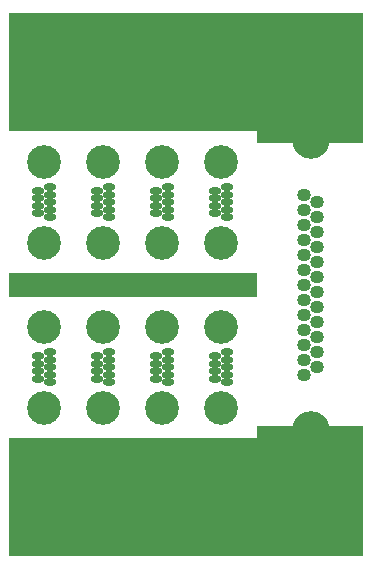
<source format=gbs>
G04*
G04 #@! TF.GenerationSoftware,Altium Limited,Altium Designer,25.8.1 (18)*
G04*
G04 Layer_Color=16711935*
%FSLAX44Y44*%
%MOMM*%
G71*
G04*
G04 #@! TF.SameCoordinates,50474EF4-4056-4A76-BA9D-830198FCC233*
G04*
G04*
G04 #@! TF.FilePolarity,Negative*
G04*
G01*
G75*
%ADD13C,4.1800*%
%ADD14O,1.0800X0.6200*%
%ADD15C,2.8470*%
%ADD16O,1.1800X1.0800*%
%ADD17C,3.1800*%
G36*
X300000Y-80000D02*
X0D01*
Y20000D01*
X210000D01*
Y30000D01*
X300000D01*
Y-80000D01*
D02*
G37*
G36*
X210000Y140000D02*
X0D01*
Y160000D01*
X210000D01*
Y140000D01*
D02*
G37*
G36*
X300000Y270000D02*
X210000D01*
Y280000D01*
X0D01*
Y380000D01*
X300000D01*
Y270000D01*
D02*
G37*
D13*
X260000Y350000D02*
D03*
X40000D02*
D03*
X260000Y-50000D02*
D03*
X40000D02*
D03*
D14*
X74920Y89525D02*
D03*
Y70475D02*
D03*
Y76825D02*
D03*
Y83175D02*
D03*
X85080Y67300D02*
D03*
Y73650D02*
D03*
Y92700D02*
D03*
Y86350D02*
D03*
Y80000D02*
D03*
X74920Y229525D02*
D03*
Y210475D02*
D03*
Y216825D02*
D03*
Y223175D02*
D03*
X85080Y207300D02*
D03*
Y213650D02*
D03*
Y232700D02*
D03*
Y226350D02*
D03*
Y220000D02*
D03*
X24920Y89525D02*
D03*
Y70475D02*
D03*
Y76825D02*
D03*
Y83175D02*
D03*
X35080Y67300D02*
D03*
Y73650D02*
D03*
Y92700D02*
D03*
Y86350D02*
D03*
Y80000D02*
D03*
X174920Y89525D02*
D03*
Y70475D02*
D03*
Y76825D02*
D03*
Y83175D02*
D03*
X185080Y67300D02*
D03*
Y73650D02*
D03*
Y92700D02*
D03*
Y86350D02*
D03*
Y80000D02*
D03*
X124920Y229525D02*
D03*
Y210475D02*
D03*
Y216825D02*
D03*
Y223175D02*
D03*
X135080Y207300D02*
D03*
Y213650D02*
D03*
Y232700D02*
D03*
Y226350D02*
D03*
Y220000D02*
D03*
X24920Y229525D02*
D03*
Y210475D02*
D03*
Y216825D02*
D03*
Y223175D02*
D03*
X35080Y207300D02*
D03*
Y213650D02*
D03*
Y232700D02*
D03*
Y226350D02*
D03*
Y220000D02*
D03*
X174920Y229525D02*
D03*
Y210475D02*
D03*
Y216825D02*
D03*
Y223175D02*
D03*
X185080Y207300D02*
D03*
Y213650D02*
D03*
Y232700D02*
D03*
Y226350D02*
D03*
Y220000D02*
D03*
X124920Y89525D02*
D03*
Y70475D02*
D03*
Y76825D02*
D03*
Y83175D02*
D03*
X135080Y67300D02*
D03*
Y73650D02*
D03*
Y92700D02*
D03*
Y86350D02*
D03*
Y80000D02*
D03*
D15*
X80000Y114290D02*
D03*
Y45710D02*
D03*
Y254290D02*
D03*
Y185710D02*
D03*
X180000Y254290D02*
D03*
Y185710D02*
D03*
X30000Y254290D02*
D03*
Y185710D02*
D03*
X130000Y254290D02*
D03*
Y185710D02*
D03*
X30000Y114290D02*
D03*
Y45710D02*
D03*
X130000Y114290D02*
D03*
Y45710D02*
D03*
X180000Y114290D02*
D03*
Y45710D02*
D03*
D16*
X261000Y143600D02*
D03*
Y118200D02*
D03*
Y130900D02*
D03*
Y207200D02*
D03*
Y219900D02*
D03*
Y194500D02*
D03*
Y105500D02*
D03*
Y80100D02*
D03*
Y92800D02*
D03*
Y181800D02*
D03*
Y169100D02*
D03*
Y156400D02*
D03*
X250000Y73800D02*
D03*
Y86500D02*
D03*
Y99200D02*
D03*
Y111900D02*
D03*
Y124600D02*
D03*
Y137300D02*
D03*
Y150000D02*
D03*
Y162700D02*
D03*
Y175400D02*
D03*
Y188100D02*
D03*
Y200800D02*
D03*
Y213500D02*
D03*
Y226200D02*
D03*
D17*
X255500Y272750D02*
D03*
Y27250D02*
D03*
M02*

</source>
